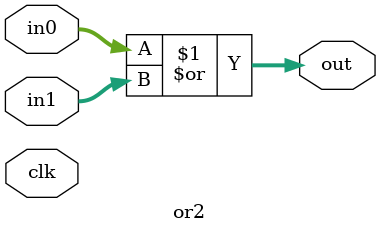
<source format=v>

`timescale 10ps/1ps
`celldefine
module or2 (
   in0,
   in1,
   out,
   clk
   );

   //----- Inputs/outputs
   input  [1:0]		in0;
   input  [1:0]		in1;
   output [1:0]         out;

   input                clk;


   //----- 2-bit adder
   wire [1:0]   out;

   assign out = in0 | in1;

endmodule   /* or2 */
`endcelldefine

</source>
